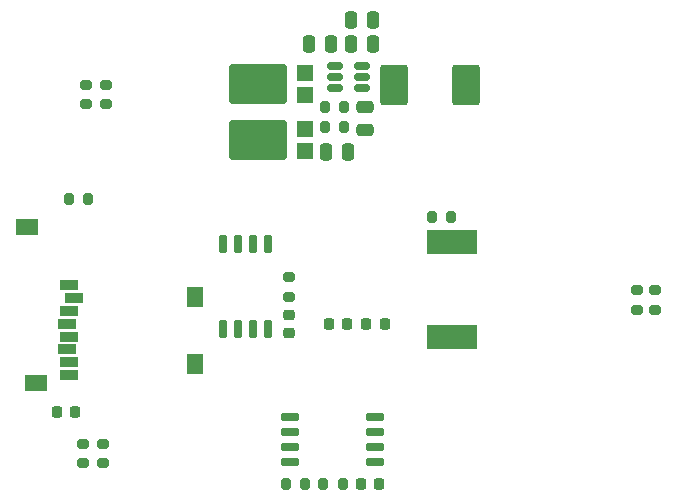
<source format=gbp>
G04 #@! TF.GenerationSoftware,KiCad,Pcbnew,7.0.7*
G04 #@! TF.CreationDate,2024-02-08T13:12:57-05:00*
G04 #@! TF.ProjectId,UMRT_FC_R2,554d5254-5f46-4435-9f52-322e6b696361,rev?*
G04 #@! TF.SameCoordinates,Original*
G04 #@! TF.FileFunction,Paste,Bot*
G04 #@! TF.FilePolarity,Positive*
%FSLAX46Y46*%
G04 Gerber Fmt 4.6, Leading zero omitted, Abs format (unit mm)*
G04 Created by KiCad (PCBNEW 7.0.7) date 2024-02-08 13:12:57*
%MOMM*%
%LPD*%
G01*
G04 APERTURE LIST*
G04 Aperture macros list*
%AMRoundRect*
0 Rectangle with rounded corners*
0 $1 Rounding radius*
0 $2 $3 $4 $5 $6 $7 $8 $9 X,Y pos of 4 corners*
0 Add a 4 corners polygon primitive as box body*
4,1,4,$2,$3,$4,$5,$6,$7,$8,$9,$2,$3,0*
0 Add four circle primitives for the rounded corners*
1,1,$1+$1,$2,$3*
1,1,$1+$1,$4,$5*
1,1,$1+$1,$6,$7*
1,1,$1+$1,$8,$9*
0 Add four rect primitives between the rounded corners*
20,1,$1+$1,$2,$3,$4,$5,0*
20,1,$1+$1,$4,$5,$6,$7,0*
20,1,$1+$1,$6,$7,$8,$9,0*
20,1,$1+$1,$8,$9,$2,$3,0*%
G04 Aperture macros list end*
%ADD10RoundRect,0.200000X-0.275000X0.200000X-0.275000X-0.200000X0.275000X-0.200000X0.275000X0.200000X0*%
%ADD11R,4.200000X2.000000*%
%ADD12RoundRect,0.150000X-0.650000X-0.150000X0.650000X-0.150000X0.650000X0.150000X-0.650000X0.150000X0*%
%ADD13RoundRect,0.070000X0.630000X0.630000X-0.630000X0.630000X-0.630000X-0.630000X0.630000X-0.630000X0*%
%ADD14RoundRect,0.168000X2.262000X1.512000X-2.262000X1.512000X-2.262000X-1.512000X2.262000X-1.512000X0*%
%ADD15RoundRect,0.250000X0.250000X0.475000X-0.250000X0.475000X-0.250000X-0.475000X0.250000X-0.475000X0*%
%ADD16RoundRect,0.200000X-0.200000X-0.275000X0.200000X-0.275000X0.200000X0.275000X-0.200000X0.275000X0*%
%ADD17RoundRect,0.225000X0.225000X0.250000X-0.225000X0.250000X-0.225000X-0.250000X0.225000X-0.250000X0*%
%ADD18RoundRect,0.225000X-0.225000X-0.250000X0.225000X-0.250000X0.225000X0.250000X-0.225000X0.250000X0*%
%ADD19RoundRect,0.250000X-0.475000X0.250000X-0.475000X-0.250000X0.475000X-0.250000X0.475000X0.250000X0*%
%ADD20RoundRect,0.200000X0.200000X0.275000X-0.200000X0.275000X-0.200000X-0.275000X0.200000X-0.275000X0*%
%ADD21RoundRect,0.200000X0.275000X-0.200000X0.275000X0.200000X-0.275000X0.200000X-0.275000X-0.200000X0*%
%ADD22RoundRect,0.235000X-0.940000X-1.465000X0.940000X-1.465000X0.940000X1.465000X-0.940000X1.465000X0*%
%ADD23RoundRect,0.225000X0.250000X-0.225000X0.250000X0.225000X-0.250000X0.225000X-0.250000X-0.225000X0*%
%ADD24RoundRect,0.150000X-0.512500X-0.150000X0.512500X-0.150000X0.512500X0.150000X-0.512500X0.150000X0*%
%ADD25RoundRect,0.150000X0.150000X-0.650000X0.150000X0.650000X-0.150000X0.650000X-0.150000X-0.650000X0*%
%ADD26RoundRect,0.250000X-0.250000X-0.475000X0.250000X-0.475000X0.250000X0.475000X-0.250000X0.475000X0*%
%ADD27R,1.498600X0.812800*%
%ADD28R,1.905000X1.397000*%
%ADD29R,1.397000X1.803400*%
G04 APERTURE END LIST*
D10*
X149860000Y-114364000D03*
X149860000Y-116014000D03*
D11*
X134239000Y-110300000D03*
X134239000Y-118300000D03*
D12*
X120543000Y-128905000D03*
X120543000Y-127635000D03*
X120543000Y-126365000D03*
X120543000Y-125095000D03*
X127743000Y-125095000D03*
X127743000Y-126365000D03*
X127743000Y-127635000D03*
X127743000Y-128905000D03*
D10*
X151384000Y-114364000D03*
X151384000Y-116014000D03*
D13*
X121793000Y-102551000D03*
X121793000Y-100711000D03*
D14*
X117813000Y-101631000D03*
D15*
X127569000Y-91506000D03*
X125669000Y-91506000D03*
D13*
X121793000Y-97852000D03*
X121793000Y-96012000D03*
D14*
X117813000Y-96932000D03*
D16*
X101791000Y-106680000D03*
X103441000Y-106680000D03*
D17*
X128093000Y-130810000D03*
X126543000Y-130810000D03*
D18*
X126987000Y-117221000D03*
X128537000Y-117221000D03*
D10*
X102997000Y-127382000D03*
X102997000Y-129032000D03*
D19*
X126873000Y-98872000D03*
X126873000Y-100772000D03*
D16*
X120143000Y-130810000D03*
X121793000Y-130810000D03*
D15*
X125435000Y-102682000D03*
X123535000Y-102682000D03*
D20*
X134175000Y-108204000D03*
X132525000Y-108204000D03*
D17*
X125349000Y-117221000D03*
X123799000Y-117221000D03*
D21*
X120396000Y-114934000D03*
X120396000Y-113284000D03*
D10*
X104902000Y-96965000D03*
X104902000Y-98615000D03*
X104648000Y-127382000D03*
X104648000Y-129032000D03*
D20*
X125095750Y-100523000D03*
X123445750Y-100523000D03*
D22*
X129334000Y-97028000D03*
X135384000Y-97028000D03*
D23*
X120396000Y-117996000D03*
X120396000Y-116446000D03*
D24*
X124338500Y-97282000D03*
X124338500Y-96332000D03*
X124338500Y-95382000D03*
X126613500Y-95382000D03*
X126613500Y-96332000D03*
X126613500Y-97282000D03*
D25*
X118618000Y-117646000D03*
X117348000Y-117646000D03*
X116078000Y-117646000D03*
X114808000Y-117646000D03*
X114808000Y-110446000D03*
X116078000Y-110446000D03*
X117348000Y-110446000D03*
X118618000Y-110446000D03*
D17*
X102311000Y-124714000D03*
X100761000Y-124714000D03*
D16*
X123318000Y-130810000D03*
X124968000Y-130810000D03*
D26*
X122113000Y-93538000D03*
X124013000Y-93538000D03*
D15*
X127569000Y-93538000D03*
X125669000Y-93538000D03*
D16*
X123445750Y-98872000D03*
X125095750Y-98872000D03*
D10*
X103251000Y-96965000D03*
X103251000Y-98615000D03*
D27*
X101834127Y-113924972D03*
X102240527Y-115017172D03*
X101834127Y-116109372D03*
X101630927Y-117201572D03*
X101834127Y-118293772D03*
X101630927Y-119385972D03*
X101834127Y-120478172D03*
X101834127Y-121570372D03*
D28*
X98285300Y-109004100D03*
X99006617Y-122247742D03*
D29*
X112471200Y-114922300D03*
X112471200Y-120637300D03*
M02*

</source>
